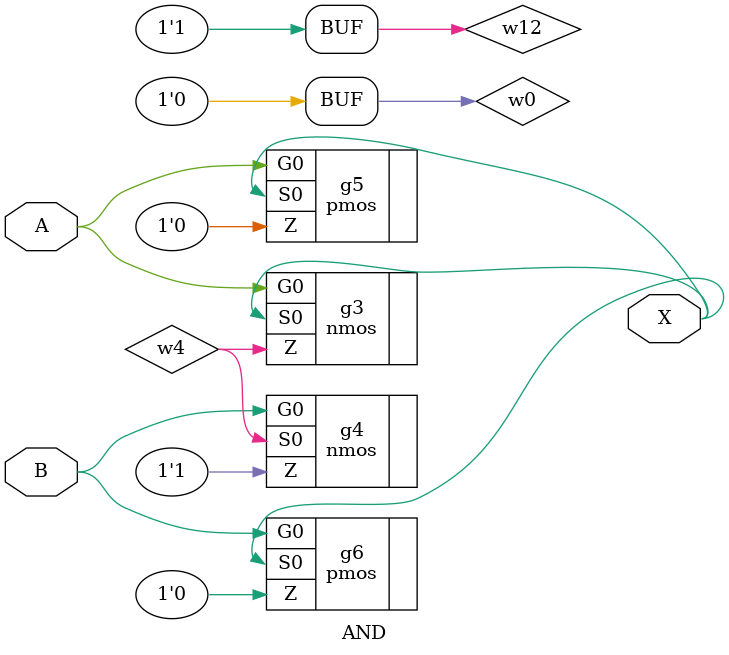
<source format=v>

module OR(X, B, A);
//: interface  /sz:(40, 40) /bd:[ Li0>A(10/40) Li1>B(26/40) Ro0<X(20/40) ]
input B;    //: /sn:0 /dp:1 {0}(277,310)(220,310){1}
//: {2}(218,308)(218,101)(333,101){3}
//: {4}(216,310)(179,310)(179,269)(171,269){5}
output X;    //: /sn:0 {0}(347,110)(347,210){1}
//: {2}(349,212)(365,212){3}
//: {4}(369,212)(496,212){5}
//: {6}(367,214)(367,302){7}
//: {8}(345,212)(291,212)(291,302){9}
input A;    //: /sn:0 /dp:1 {0}(353,310)(333,310)(333,188)(206,188){1}
//: {2}(204,186)(204,52)(333,52){3}
//: {4}(202,188)(170,188){5}
supply0 w0;    //: /sn:0 {0}(309,28)(309,18)(347,18)(347,44){1}
supply1 w2;    //: /sn:0 {0}(367,319)(367,371)(324,371){1}
//: {2}(322,369)(322,353){3}
//: {4}(320,371)(291,371)(291,319){5}
wire w7;    //: /sn:0 /dp:1 {0}(347,61)(347,93){1}
//: enddecls

  nmos g4 (.Z(w2), .S0(X), .G0(A));   //: @(361,310) /sn:0 /w:[ 0 7 0 ]
  //: joint g8 (w2) @(322, 371) /w:[ 1 2 4 -1 ]
  nmos g3 (.Z(w2), .S0(X), .G0(B));   //: @(285,310) /sn:0 /w:[ 5 9 0 ]
  //: joint g13 (X) @(347, 212) /w:[ 2 1 8 -1 ]
  //: output g2 (X) @(493,212) /sn:0 /w:[ 5 ]
  //: input g1 (B) @(169,269) /sn:0 /w:[ 5 ]
  //: supply0 g11 (w0) @(309,34) /sn:0 /w:[ 0 ]
  //: joint g10 (B) @(218, 310) /w:[ 1 2 4 -1 ]
  pmos g6 (.Z(w7), .S0(X), .G0(B));   //: @(341,101) /sn:0 /w:[ 1 0 3 ]
  //: supply1 g7 (w2) @(333,353) /sn:0 /w:[ 3 ]
  //: joint g9 (A) @(204, 188) /w:[ 1 2 4 -1 ]
  pmos g5 (.Z(w0), .S0(w7), .G0(A));   //: @(341,52) /sn:0 /w:[ 1 0 3 ]
  //: comment g14 /dolink:0 /link:"" @(467,76) /sn:0
  //: /line:"OR gate: 4 transistors"
  //: /end
  //: input g0 (A) @(168,188) /sn:0 /w:[ 5 ]
  //: joint g12 (X) @(367, 212) /w:[ 4 -1 3 6 ]

endmodule

module XOR(X, B, A);
//: interface  /sz:(40, 40) /bd:[ Li0>A(9/40) Li1>B(26/40) Ro0<X(17/40) ]
input B;    //: /sn:0 {0}(167,242)(254,242){1}
//: {2}(258,242)(266,242){3}
//: {4}(256,240)(256,197)(265,197){5}
output X;    //: /sn:0 {0}(461,202)(520,202){1}
input A;    //: /sn:0 /dp:1 {0}(265,182)(245,182){1}
//: {2}(241,182)(169,182){3}
//: {4}(243,184)(243,225)(266,225){5}
wire w0;    //: /sn:0 {0}(333,236)(308,236){1}
wire w1;    //: /sn:0 {0}(375,237)(409,237)(409,208)(419,208){1}
wire w2;    //: /sn:0 {0}(307,191)(419,191){1}
//: enddecls

  AND g4 (.A(A), .B(B), .X(w0));   //: @(267, 217) /sz:(40, 40) /sn:0 /p:[ Li0>5 Li1>3 Ro0<1 ]
  AND g8 (.A(w2), .B(w1), .X(X));   //: @(420, 183) /sz:(40, 40) /sn:0 /p:[ Li0>1 Li1>1 Ro0<0 ]
  OR g3 (.A(A), .B(B), .X(w2));   //: @(266, 171) /sz:(40, 40) /sn:0 /p:[ Li0>0 Li1>5 Ro0<0 ]
  //: output g2 (X) @(517,202) /sn:0 /w:[ 1 ]
  //: input g1 (B) @(165,242) /sn:0 /w:[ 0 ]
  //: joint g6 (B) @(256, 242) /w:[ 2 4 1 -1 ]
  NOT g7 (.A(w0), .X(w1));   //: @(334, 219) /sz:(40, 40) /sn:0 /p:[ Li0>0 Ro0<0 ]
  //: comment g9 /dolink:0 /link:"" @(421,89) /sn:0
  //: /line:"XOR gate: 14 transistors"
  //: /end
  //: joint g5 (A) @(243, 182) /w:[ 1 -1 2 4 ]
  //: input g0 (A) @(167,182) /sn:0 /w:[ 3 ]

endmodule

module ADD8(R, X, C, B, A);
//: interface  /sz:(40, 40) /bd:[ Ti0>C(19/40) Li0>A[7:0](10/40) Li1>B[7:0](30/40) Bo0<R(20/40) Ro0<X[7:0](22/40) ]
input [7:0] B;    //: /sn:0 {0}(-18,594)(49,594){1}
//: {2}(50,594)(68,594){3}
//: {4}(69,594)(90,594){5}
//: {6}(91,594)(109,594){7}
//: {8}(110,594)(131,594){9}
//: {10}(132,594)(154,594){11}
//: {12}(155,594)(177,594){13}
//: {14}(178,594)(194,594){15}
//: {16}(195,594)(222,594){17}
output [7:0] X;    //: /sn:0 {0}(652,276)(536,276){1}
input [7:0] A;    //: /sn:0 {0}(-9,56)(77,56){1}
//: {2}(78,56)(100,56){3}
//: {4}(101,56)(120,56){5}
//: {6}(121,56)(142,56){7}
//: {8}(143,56)(166,56){9}
//: {10}(167,56)(186,56){11}
//: {12}(187,56)(203,56){13}
//: {14}(204,56)(219,56){15}
//: {16}(220,56)(247,56){17}
output R;    //: /sn:0 {0}(351,565)(351,595)(411,595){1}
input C;    //: /sn:0 {0}(317,34)(361,34)(361,72){1}
wire w6;    //: /sn:0 {0}(178,589)(178,162)(339,162){1}
wire w32;    //: /sn:0 {0}(101,60)(101,466)(332,466){1}
wire w7;    //: /sn:0 {0}(204,60)(204,146)(339,146){1}
wire w16;    //: /sn:0 {0}(132,589)(132,289)(336,289){1}
wire w15;    //: /sn:0 {0}(358,264)(358,243){1}
wire w38;    //: /sn:0 {0}(530,241)(435,241)(435,541)(373,541){1}
wire w0;    //: /sn:0 {0}(530,311)(483,311)(483,90)(382,90){1}
wire w3;    //: /sn:0 {0}(530,301)(475,301)(475,155)(381,155){1}
wire w37;    //: /sn:0 {0}(78,60)(78,532)(331,532){1}
wire w21;    //: /sn:0 {0}(110,589)(110,353)(334,353){1}
wire w31;    //: /sn:0 {0}(69,589)(69,482)(332,482){1}
wire w28;    //: /sn:0 {0}(530,261)(453,261)(453,411)(375,411){1}
wire w20;    //: /sn:0 {0}(356,328)(356,306){1}
wire w36;    //: /sn:0 {0}(50,589)(50,548)(331,548){1}
wire w23;    //: /sn:0 {0}(530,271)(459,271)(459,346)(376,346){1}
wire w1;    //: /sn:0 {0}(195,589)(195,97)(340,97){1}
wire w25;    //: /sn:0 {0}(354,393)(354,370){1}
wire w35;    //: /sn:0 {0}(352,523)(352,499){1}
wire w18;    //: /sn:0 {0}(530,281)(387,281)(387,282)(378,282){1}
wire w30;    //: /sn:0 {0}(353,457)(353,435){1}
wire w17;    //: /sn:0 {0}(167,60)(167,273)(336,273){1}
wire w22;    //: /sn:0 {0}(143,60)(143,337)(334,337){1}
wire w2;    //: /sn:0 {0}(220,60)(220,81)(340,81){1}
wire w11;    //: /sn:0 {0}(155,589)(155,226)(338,226){1}
wire w12;    //: /sn:0 {0}(187,60)(187,210)(338,210){1}
wire w10;    //: /sn:0 {0}(359,201)(359,179){1}
wire w27;    //: /sn:0 {0}(121,60)(121,402)(333,402){1}
wire w13;    //: /sn:0 {0}(530,291)(467,291)(467,221)(380,221){1}
wire w5;    //: /sn:0 {0}(360,137)(360,114){1}
wire w33;    //: /sn:0 {0}(530,251)(444,251)(444,475)(374,475){1}
wire w26;    //: /sn:0 {0}(91,589)(91,418)(333,418){1}
//: enddecls

  //: output g4 (R) @(408,595) /sn:0 /w:[ 1 ]
  BADD g8 (.C(w15), .A(w17), .B(w16), .R(w20), .X(w18));   //: @(337, 265) /sz:(40, 40) /sn:0 /p:[ Ti0>0 Li0>1 Li1>1 Bo0<1 Ro0<1 ]
  //: output g3 (X) @(649,276) /sn:0 /w:[ 0 ]
  tran g13(.Z(w2), .I(A[0]));   //: @(220,54) /sn:0 /R:1 /w:[ 0 15 16 ] /ss:1
  //: input g2 (C) @(315,34) /sn:0 /w:[ 0 ]
  //: input g1 (B) @(-20,594) /sn:0 /w:[ 0 ]
  BADD g11 (.C(w30), .A(w32), .B(w31), .R(w35), .X(w33));   //: @(333, 458) /sz:(40, 40) /sn:0 /p:[ Ti0>0 Li0>1 Li1>1 Bo0<1 Ro0<1 ]
  tran g16(.Z(w17), .I(A[3]));   //: @(167,54) /sn:0 /R:1 /w:[ 0 9 10 ] /ss:1
  BADD g10 (.C(w25), .A(w27), .B(w26), .R(w30), .X(w28));   //: @(334, 394) /sz:(40, 40) /sn:0 /p:[ Ti0>0 Li0>1 Li1>1 Bo0<1 Ro0<1 ]
  tran g28(.Z(w36), .I(B[7]));   //: @(50,592) /sn:0 /R:1 /w:[ 0 1 2 ] /ss:0
  tran g19(.Z(w32), .I(A[6]));   //: @(101,54) /sn:0 /R:1 /w:[ 0 3 4 ] /ss:1
  tran g27(.Z(w31), .I(B[6]));   //: @(69,592) /sn:0 /R:1 /w:[ 0 3 4 ] /ss:0
  BADD g6 (.C(w5), .A(w7), .B(w6), .R(w10), .X(w3));   //: @(340, 138) /sz:(40, 40) /sn:0 /p:[ Ti0>0 Li0>1 Li1>1 Bo0<1 Ro0<1 ]
  BADD g7 (.C(w10), .A(w12), .B(w11), .R(w15), .X(w13));   //: @(339, 202) /sz:(40, 40) /sn:0 /p:[ Ti0>0 Li0>1 Li1>1 Bo0<1 Ro0<1 ]
  BADD g9 (.C(w20), .A(w22), .B(w21), .R(w25), .X(w23));   //: @(335, 329) /sz:(40, 40) /sn:0 /p:[ Ti0>0 Li0>1 Li1>1 Bo0<1 Ro0<1 ]
  tran g15(.Z(w12), .I(A[2]));   //: @(187,54) /sn:0 /R:1 /w:[ 0 11 12 ] /ss:1
  tran g20(.Z(w37), .I(A[7]));   //: @(78,54) /sn:0 /R:1 /w:[ 0 1 2 ] /ss:1
  tran g17(.Z(w22), .I(A[4]));   //: @(143,54) /sn:0 /R:1 /w:[ 0 7 8 ] /ss:1
  tran g25(.Z(w21), .I(B[4]));   //: @(110,592) /sn:0 /R:1 /w:[ 0 7 8 ] /ss:0
  concat g29 (.I0(w0), .I1(w3), .I2(w13), .I3(w18), .I4(w23), .I5(w28), .I6(w33), .I7(w38), .Z(X));   //: @(535,276) /sn:0 /w:[ 0 0 0 0 0 0 0 0 1 ] /dr:0
  BADD g5 (.C(C), .A(w2), .B(w1), .R(w5), .X(w0));   //: @(341, 73) /sz:(40, 40) /sn:0 /p:[ Ti0>1 Li0>1 Li1>1 Bo0<1 Ro0<1 ]
  tran g14(.Z(w7), .I(A[1]));   //: @(204,54) /sn:0 /R:1 /w:[ 0 13 14 ] /ss:1
  tran g21(.Z(w1), .I(B[0]));   //: @(195,592) /sn:0 /R:1 /w:[ 0 15 16 ] /ss:0
  tran g24(.Z(w16), .I(B[3]));   //: @(132,592) /sn:0 /R:1 /w:[ 0 9 10 ] /ss:0
  tran g23(.Z(w11), .I(B[2]));   //: @(155,592) /sn:0 /R:1 /w:[ 0 11 12 ] /ss:0
  //: input g0 (A) @(-11,56) /sn:0 /w:[ 0 ]
  tran g22(.Z(w6), .I(B[1]));   //: @(178,592) /sn:0 /R:1 /w:[ 0 13 14 ] /ss:0
  tran g26(.Z(w26), .I(B[5]));   //: @(91,592) /sn:0 /R:1 /w:[ 0 5 6 ] /ss:0
  BADD g12 (.C(w35), .A(w37), .B(w36), .R(R), .X(w38));   //: @(332, 524) /sz:(40, 40) /sn:0 /p:[ Ti0>0 Li0>1 Li1>1 Bo0<0 Ro0<1 ]
  tran g18(.Z(w27), .I(A[5]));   //: @(121,54) /sn:0 /R:1 /w:[ 0 5 6 ] /ss:1
  //: comment g30 /dolink:0 /link:"" @(536,73) /sn:0
  //: /line:"ADD8 gate: 320 transistors"
  //: /end

endmodule

module BADD(R, X, C, B, A);
//: interface  /sz:(40, 40) /bd:[ Ti0>C(20/40) Li0>A(8/40) Li1>B(24/40) Bo0<R(19/40) Ro0<X(17/40) ]
input B;    //: /sn:0 {0}(174,203)(196,203){1}
//: {2}(200,203)(226,203)(226,172)(230,172){3}
//: {4}(198,205)(198,332)(261,332){5}
output X;    //: /sn:0 {0}(339,206)(566,206)(566,180)(577,180){1}
input A;    //: /sn:0 {0}(174,155)(211,155){1}
//: {2}(215,155)(230,155){3}
//: {4}(213,157)(213,317)(261,317){5}
output R;    //: /sn:0 {0}(578,224)(568,224)(568,295)(410,295){1}
input C;    //: /sn:0 /dp:1 {0}(172,244)(236,244)(236,213)(274,213){1}
//: {2}(278,213)(297,213){3}
//: {4}(276,215)(276,279)(300,279){5}
wire w6;    //: /sn:0 {0}(303,328)(358,328)(358,301)(368,301){1}
wire w3;    //: /sn:0 {0}(342,270)(358,270)(358,287)(368,287){1}
wire w1;    //: /sn:0 {0}(297,198)(285,198){1}
//: {2}(283,196)(283,163)(272,163){3}
//: {4}(283,200)(283,262)(300,262){5}
//: enddecls

  //: output g4 (R) @(575,224) /sn:0 /w:[ 0 ]
  AND g8 (.A(A), .B(B), .X(w6));   //: @(262, 309) /sz:(40, 40) /sn:0 /p:[ Li0>5 Li1>5 Ro0<0 ]
  //: output g3 (X) @(574,180) /sn:0 /w:[ 1 ]
  //: joint g13 (C) @(276, 213) /w:[ 2 -1 1 4 ]
  //: input g2 (C) @(170,244) /sn:0 /w:[ 0 ]
  //: input g1 (B) @(172,203) /sn:0 /w:[ 0 ]
  //: joint g11 (B) @(198, 203) /w:[ 2 -1 1 4 ]
  //: joint g10 (A) @(213, 155) /w:[ 2 -1 1 4 ]
  XOR g6 (.A(w1), .B(C), .X(X));   //: @(298, 189) /sz:(40, 40) /sn:0 /p:[ Li0>0 Li1>3 Ro0<0 ]
  AND g7 (.A(w1), .B(C), .X(w3));   //: @(301, 254) /sz:(40, 40) /sn:0 /p:[ Li0>5 Li1>5 Ro0<0 ]
  OR g9 (.A(w3), .B(w6), .X(R));   //: @(369, 275) /sz:(40, 40) /sn:0 /p:[ Li0>1 Li1>1 Ro0<1 ]
  XOR g5 (.A(A), .B(B), .X(w1));   //: @(231, 146) /sz:(40, 40) /sn:0 /p:[ Li0>3 Li1>3 Ro0<3 ]
  //: comment g14 /dolink:0 /link:"" @(474,55) /sn:0
  //: /line:"BADD Gate: 40 transistors."
  //: /end
  //: input g0 (A) @(172,155) /sn:0 /w:[ 0 ]
  //: joint g12 (w1) @(283, 198) /w:[ 1 2 -1 4 ]

endmodule

module main;    //: root_module
wire [7:0] w4;    //: /sn:0 {0}(399,149)(399,215)(332,215){1}
wire w0;    //: /sn:0 {0}(388,256)(388,266)(311,266)(311,234){1}
wire w1;    //: /sn:0 {0}(292,115)(310,115)(310,192){1}
wire [7:0] w2;    //: /sn:0 {0}(186,172)(186,219)(290,219){1}
wire [7:0] w5;    //: /sn:0 {0}(102,172)(102,203)(290,203){1}
//: enddecls

  led g4 (.I(w0));   //: @(388,249) /sn:0 /w:[ 0 ] /type:0
  //: switch g3 (w1) @(275,115) /sn:0 /w:[ 0 ] /st:0
  //: dip g2 (w2) @(186,162) /sn:0 /w:[ 0 ] /st:63
  //: dip g1 (w5) @(102,162) /sn:0 /w:[ 0 ] /st:208
  led g5 (.I(w4));   //: @(399,142) /sn:0 /w:[ 0 ] /type:2
  ADD8 g0 (.C(w1), .A(w5), .B(w2), .R(w0), .X(w4));   //: @(291, 193) /sz:(40, 40) /sn:0 /p:[ Ti0>1 Li0>1 Li1>1 Bo0<1 Ro0<1 ]

endmodule

module NOT(X, A);
//: interface  /sz:(40, 40) /bd:[ Li0>A(17/40) Ro0<X(18/40) ]
supply1 w6;    //: /sn:0 {0}(339,135)(339,159){1}
output X;    //: /sn:0 /dp:1 {0}(339,229)(339,203){1}
//: {2}(341,201)(377,201){3}
//: {4}(339,199)(339,176){5}
supply0 w7;    //: /sn:0 {0}(339,271)(339,246){1}
input A;    //: /sn:0 /dp:1 {0}(325,167)(269,167)(269,203){1}
//: {2}(267,205)(150,205){3}
//: {4}(269,207)(269,237)(325,237){5}
//: enddecls

  //: supply1 g4 (w6) @(350,135) /sn:0 /w:[ 0 ]
  //: comment g8 /dolink:0 /link:"" @(424,77) /sn:0
  //: /line:"Not Gate: 2 transistors"
  //: /end
  pmos g3 (.Z(w6), .S0(X), .G0(A));   //: @(333,167) /sn:0 /w:[ 1 5 0 ]
  nmos g2 (.Z(w7), .S0(X), .G0(A));   //: @(333,237) /sn:0 /w:[ 1 0 5 ]
  //: output g1 (X) @(374,201) /sn:0 /w:[ 3 ]
  //: joint g6 (A) @(269, 205) /w:[ -1 1 2 4 ]
  //: joint g7 (X) @(339, 201) /w:[ 2 4 -1 1 ]
  //: supply0 g5 (w7) @(339,277) /sn:0 /w:[ 0 ]
  //: input g0 (A) @(148,205) /sn:0 /w:[ 3 ]

endmodule

module AND(X, B, A);
//: interface  /sz:(40, 40) /bd:[ Li0>A(8/40) Li1>B(25/40) Ro0<X(19/40) ]
input B;    //: /sn:0 {0}(181,280)(227,280){1}
//: {2}(231,280)(327,280)(327,159)(343,159){3}
//: {4}(229,282)(229,383)(302,383){5}
output X;    //: /sn:0 {0}(316,323)(316,265){1}
//: {2}(318,263)(355,263){3}
//: {4}(359,263)(505,263){5}
//: {6}(357,261)(357,168){7}
//: {8}(314,263)(306,263)(306,169){9}
input A;    //: /sn:0 {0}(177,218)(253,218){1}
//: {2}(255,216)(255,160)(292,160){3}
//: {4}(255,220)(255,331)(302,331){5}
supply0 w0;    //: /sn:0 {0}(306,152)(306,129)(355,129){1}
//: {2}(359,129)(401,129)(401,139){3}
//: {4}(357,131)(357,151){5}
supply1 w12;    //: /sn:0 {0}(262,404)(262,429)(316,429)(316,392){1}
wire w4;    //: /sn:0 {0}(316,375)(316,340){1}
//: enddecls

  nmos g4 (.Z(w12), .S0(w4), .G0(B));   //: @(310,383) /sn:0 /w:[ 1 0 5 ]
  //: joint g8 (A) @(255, 218) /w:[ -1 2 1 4 ]
  nmos g3 (.Z(w4), .S0(X), .G0(A));   //: @(310,331) /sn:0 /w:[ 1 0 5 ]
  //: joint g13 (X) @(316, 263) /w:[ 2 -1 8 1 ]
  //: output g2 (X) @(502,263) /sn:0 /w:[ 5 ]
  //: input g1 (B) @(179,280) /sn:0 /w:[ 0 ]
  //: joint g11 (w0) @(357, 129) /w:[ 2 -1 1 4 ]
  //: supply0 g10 (w0) @(401,145) /sn:0 /w:[ 3 ]
  pmos g6 (.Z(w0), .S0(X), .G0(B));   //: @(351,159) /sn:0 /w:[ 5 7 3 ]
  //: supply1 g7 (w12) @(273,404) /sn:0 /w:[ 0 ]
  //: joint g9 (B) @(229, 280) /w:[ 2 -1 1 4 ]
  pmos g5 (.Z(w0), .S0(X), .G0(A));   //: @(300,160) /sn:0 /w:[ 0 9 3 ]
  //: comment g14 /dolink:0 /link:"" @(471,72) /sn:0
  //: /line:"AND gate: 4 transistors"
  //: /end
  //: input g0 (A) @(175,218) /sn:0 /w:[ 0 ]
  //: joint g12 (X) @(357, 263) /w:[ 4 6 3 -1 ]

endmodule

</source>
